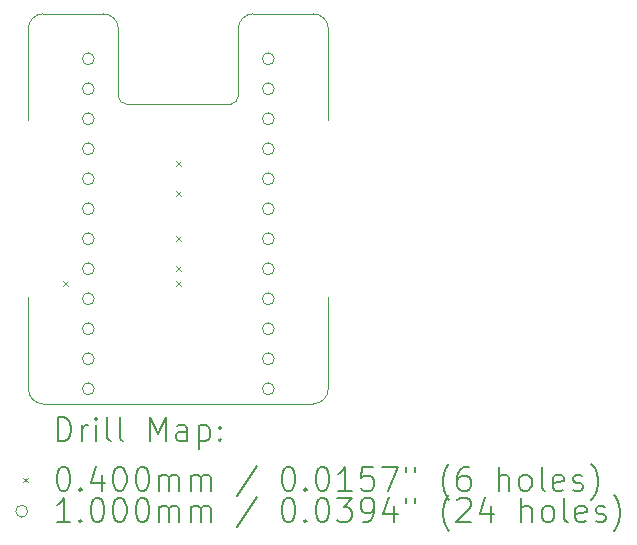
<source format=gbr>
%TF.GenerationSoftware,KiCad,Pcbnew,(6.0.11-0)*%
%TF.CreationDate,2023-02-15T20:24:25+08:00*%
%TF.ProjectId,Control,436f6e74-726f-46c2-9e6b-696361645f70,rev?*%
%TF.SameCoordinates,PX60e4b00PY5ad6650*%
%TF.FileFunction,Drillmap*%
%TF.FilePolarity,Positive*%
%FSLAX45Y45*%
G04 Gerber Fmt 4.5, Leading zero omitted, Abs format (unit mm)*
G04 Created by KiCad (PCBNEW (6.0.11-0)) date 2023-02-15 20:24:25*
%MOMM*%
%LPD*%
G01*
G04 APERTURE LIST*
%ADD10C,0.100000*%
%ADD11C,0.200000*%
%ADD12C,0.040000*%
G04 APERTURE END LIST*
D10*
X444500Y889000D02*
G75*
G03*
X508000Y952500I0J63500D01*
G01*
X-635000Y1651000D02*
X-1143000Y1651000D01*
X635000Y1651000D02*
G75*
G03*
X508000Y1524000I0J-127000D01*
G01*
X-1270000Y-1524000D02*
G75*
G03*
X-1143000Y-1651000I127000J0D01*
G01*
X1270000Y1524000D02*
G75*
G03*
X1143000Y1651000I-127000J0D01*
G01*
X1270000Y-1524000D02*
X1270000Y-750000D01*
X508000Y952500D02*
X508000Y1524000D01*
X-508000Y952500D02*
G75*
G03*
X-444500Y889000I63500J0D01*
G01*
X-1143000Y1651000D02*
G75*
G03*
X-1270000Y1524000I0J-127000D01*
G01*
X-1270000Y1524000D02*
X-1270000Y750000D01*
X-508000Y1524000D02*
G75*
G03*
X-635000Y1651000I-127000J0D01*
G01*
X-1270000Y-750000D02*
X-1270000Y-1524000D01*
X1143000Y-1651000D02*
G75*
G03*
X1270000Y-1524000I0J127000D01*
G01*
X-508000Y1524000D02*
X-508000Y952500D01*
X-444500Y889000D02*
X444500Y889000D01*
X1143000Y-1651000D02*
X-1143000Y-1651000D01*
X1270000Y1524000D02*
X1270000Y750000D01*
X635000Y1651000D02*
X1143000Y1651000D01*
D11*
D12*
X-972500Y-615000D02*
X-932500Y-655000D01*
X-932500Y-615000D02*
X-972500Y-655000D01*
X-20000Y401000D02*
X20000Y361000D01*
X20000Y401000D02*
X-20000Y361000D01*
X-20000Y147000D02*
X20000Y107000D01*
X20000Y147000D02*
X-20000Y107000D01*
X-20000Y-234000D02*
X20000Y-274000D01*
X20000Y-234000D02*
X-20000Y-274000D01*
X-20000Y-488000D02*
X20000Y-528000D01*
X20000Y-488000D02*
X-20000Y-528000D01*
X-20000Y-615000D02*
X20000Y-655000D01*
X20000Y-615000D02*
X-20000Y-655000D01*
D10*
X-712000Y1270000D02*
G75*
G03*
X-712000Y1270000I-50000J0D01*
G01*
X-712000Y1016000D02*
G75*
G03*
X-712000Y1016000I-50000J0D01*
G01*
X-712000Y762000D02*
G75*
G03*
X-712000Y762000I-50000J0D01*
G01*
X-712000Y508000D02*
G75*
G03*
X-712000Y508000I-50000J0D01*
G01*
X-712000Y254000D02*
G75*
G03*
X-712000Y254000I-50000J0D01*
G01*
X-712000Y0D02*
G75*
G03*
X-712000Y0I-50000J0D01*
G01*
X-712000Y-254000D02*
G75*
G03*
X-712000Y-254000I-50000J0D01*
G01*
X-712000Y-508000D02*
G75*
G03*
X-712000Y-508000I-50000J0D01*
G01*
X-712000Y-762000D02*
G75*
G03*
X-712000Y-762000I-50000J0D01*
G01*
X-712000Y-1016000D02*
G75*
G03*
X-712000Y-1016000I-50000J0D01*
G01*
X-712000Y-1270000D02*
G75*
G03*
X-712000Y-1270000I-50000J0D01*
G01*
X-712000Y-1524000D02*
G75*
G03*
X-712000Y-1524000I-50000J0D01*
G01*
X812000Y1270000D02*
G75*
G03*
X812000Y1270000I-50000J0D01*
G01*
X812000Y1016000D02*
G75*
G03*
X812000Y1016000I-50000J0D01*
G01*
X812000Y762000D02*
G75*
G03*
X812000Y762000I-50000J0D01*
G01*
X812000Y508000D02*
G75*
G03*
X812000Y508000I-50000J0D01*
G01*
X812000Y254000D02*
G75*
G03*
X812000Y254000I-50000J0D01*
G01*
X812000Y0D02*
G75*
G03*
X812000Y0I-50000J0D01*
G01*
X812000Y-254000D02*
G75*
G03*
X812000Y-254000I-50000J0D01*
G01*
X812000Y-508000D02*
G75*
G03*
X812000Y-508000I-50000J0D01*
G01*
X812000Y-762000D02*
G75*
G03*
X812000Y-762000I-50000J0D01*
G01*
X812000Y-1016000D02*
G75*
G03*
X812000Y-1016000I-50000J0D01*
G01*
X812000Y-1270000D02*
G75*
G03*
X812000Y-1270000I-50000J0D01*
G01*
X812000Y-1524000D02*
G75*
G03*
X812000Y-1524000I-50000J0D01*
G01*
D11*
X-1018381Y-1966476D02*
X-1018381Y-1766476D01*
X-970762Y-1766476D01*
X-942190Y-1776000D01*
X-923143Y-1795048D01*
X-913619Y-1814095D01*
X-904095Y-1852190D01*
X-904095Y-1880762D01*
X-913619Y-1918857D01*
X-923143Y-1937905D01*
X-942190Y-1956952D01*
X-970762Y-1966476D01*
X-1018381Y-1966476D01*
X-818381Y-1966476D02*
X-818381Y-1833143D01*
X-818381Y-1871238D02*
X-808857Y-1852190D01*
X-799333Y-1842667D01*
X-780286Y-1833143D01*
X-761238Y-1833143D01*
X-694572Y-1966476D02*
X-694572Y-1833143D01*
X-694572Y-1766476D02*
X-704095Y-1776000D01*
X-694572Y-1785524D01*
X-685048Y-1776000D01*
X-694572Y-1766476D01*
X-694572Y-1785524D01*
X-570762Y-1966476D02*
X-589810Y-1956952D01*
X-599333Y-1937905D01*
X-599333Y-1766476D01*
X-466000Y-1966476D02*
X-485048Y-1956952D01*
X-494571Y-1937905D01*
X-494571Y-1766476D01*
X-237429Y-1966476D02*
X-237429Y-1766476D01*
X-170762Y-1909333D01*
X-104095Y-1766476D01*
X-104095Y-1966476D01*
X76857Y-1966476D02*
X76857Y-1861714D01*
X67333Y-1842667D01*
X48286Y-1833143D01*
X10190Y-1833143D01*
X-8857Y-1842667D01*
X76857Y-1956952D02*
X57809Y-1966476D01*
X10190Y-1966476D01*
X-8857Y-1956952D01*
X-18381Y-1937905D01*
X-18381Y-1918857D01*
X-8857Y-1899809D01*
X10190Y-1890286D01*
X57809Y-1890286D01*
X76857Y-1880762D01*
X172095Y-1833143D02*
X172095Y-2033143D01*
X172095Y-1842667D02*
X191143Y-1833143D01*
X229238Y-1833143D01*
X248286Y-1842667D01*
X257809Y-1852190D01*
X267333Y-1871238D01*
X267333Y-1928381D01*
X257809Y-1947428D01*
X248286Y-1956952D01*
X229238Y-1966476D01*
X191143Y-1966476D01*
X172095Y-1956952D01*
X353048Y-1947428D02*
X362571Y-1956952D01*
X353048Y-1966476D01*
X343524Y-1956952D01*
X353048Y-1947428D01*
X353048Y-1966476D01*
X353048Y-1842667D02*
X362571Y-1852190D01*
X353048Y-1861714D01*
X343524Y-1852190D01*
X353048Y-1842667D01*
X353048Y-1861714D01*
D12*
X-1316000Y-2276000D02*
X-1276000Y-2316000D01*
X-1276000Y-2276000D02*
X-1316000Y-2316000D01*
D11*
X-980286Y-2186476D02*
X-961238Y-2186476D01*
X-942190Y-2196000D01*
X-932667Y-2205524D01*
X-923143Y-2224571D01*
X-913619Y-2262667D01*
X-913619Y-2310286D01*
X-923143Y-2348381D01*
X-932667Y-2367429D01*
X-942190Y-2376952D01*
X-961238Y-2386476D01*
X-980286Y-2386476D01*
X-999333Y-2376952D01*
X-1008857Y-2367429D01*
X-1018381Y-2348381D01*
X-1027905Y-2310286D01*
X-1027905Y-2262667D01*
X-1018381Y-2224571D01*
X-1008857Y-2205524D01*
X-999333Y-2196000D01*
X-980286Y-2186476D01*
X-827905Y-2367429D02*
X-818381Y-2376952D01*
X-827905Y-2386476D01*
X-837429Y-2376952D01*
X-827905Y-2367429D01*
X-827905Y-2386476D01*
X-646952Y-2253143D02*
X-646952Y-2386476D01*
X-694572Y-2176952D02*
X-742190Y-2319810D01*
X-618381Y-2319810D01*
X-504095Y-2186476D02*
X-485048Y-2186476D01*
X-466000Y-2196000D01*
X-456476Y-2205524D01*
X-446952Y-2224571D01*
X-437429Y-2262667D01*
X-437429Y-2310286D01*
X-446952Y-2348381D01*
X-456476Y-2367429D01*
X-466000Y-2376952D01*
X-485048Y-2386476D01*
X-504095Y-2386476D01*
X-523143Y-2376952D01*
X-532667Y-2367429D01*
X-542191Y-2348381D01*
X-551714Y-2310286D01*
X-551714Y-2262667D01*
X-542191Y-2224571D01*
X-532667Y-2205524D01*
X-523143Y-2196000D01*
X-504095Y-2186476D01*
X-313619Y-2186476D02*
X-294572Y-2186476D01*
X-275524Y-2196000D01*
X-266000Y-2205524D01*
X-256476Y-2224571D01*
X-246952Y-2262667D01*
X-246952Y-2310286D01*
X-256476Y-2348381D01*
X-266000Y-2367429D01*
X-275524Y-2376952D01*
X-294572Y-2386476D01*
X-313619Y-2386476D01*
X-332667Y-2376952D01*
X-342191Y-2367429D01*
X-351714Y-2348381D01*
X-361238Y-2310286D01*
X-361238Y-2262667D01*
X-351714Y-2224571D01*
X-342191Y-2205524D01*
X-332667Y-2196000D01*
X-313619Y-2186476D01*
X-161238Y-2386476D02*
X-161238Y-2253143D01*
X-161238Y-2272190D02*
X-151714Y-2262667D01*
X-132667Y-2253143D01*
X-104095Y-2253143D01*
X-85048Y-2262667D01*
X-75524Y-2281714D01*
X-75524Y-2386476D01*
X-75524Y-2281714D02*
X-66000Y-2262667D01*
X-46952Y-2253143D01*
X-18381Y-2253143D01*
X667Y-2262667D01*
X10190Y-2281714D01*
X10190Y-2386476D01*
X105428Y-2386476D02*
X105428Y-2253143D01*
X105428Y-2272190D02*
X114952Y-2262667D01*
X134000Y-2253143D01*
X162571Y-2253143D01*
X181619Y-2262667D01*
X191143Y-2281714D01*
X191143Y-2386476D01*
X191143Y-2281714D02*
X200667Y-2262667D01*
X219714Y-2253143D01*
X248286Y-2253143D01*
X267333Y-2262667D01*
X276857Y-2281714D01*
X276857Y-2386476D01*
X667333Y-2176952D02*
X495905Y-2434095D01*
X924476Y-2186476D02*
X943524Y-2186476D01*
X962571Y-2196000D01*
X972095Y-2205524D01*
X981619Y-2224571D01*
X991143Y-2262667D01*
X991143Y-2310286D01*
X981619Y-2348381D01*
X972095Y-2367429D01*
X962571Y-2376952D01*
X943524Y-2386476D01*
X924476Y-2386476D01*
X905428Y-2376952D01*
X895905Y-2367429D01*
X886381Y-2348381D01*
X876857Y-2310286D01*
X876857Y-2262667D01*
X886381Y-2224571D01*
X895905Y-2205524D01*
X905428Y-2196000D01*
X924476Y-2186476D01*
X1076857Y-2367429D02*
X1086381Y-2376952D01*
X1076857Y-2386476D01*
X1067333Y-2376952D01*
X1076857Y-2367429D01*
X1076857Y-2386476D01*
X1210190Y-2186476D02*
X1229238Y-2186476D01*
X1248286Y-2196000D01*
X1257810Y-2205524D01*
X1267333Y-2224571D01*
X1276857Y-2262667D01*
X1276857Y-2310286D01*
X1267333Y-2348381D01*
X1257810Y-2367429D01*
X1248286Y-2376952D01*
X1229238Y-2386476D01*
X1210190Y-2386476D01*
X1191143Y-2376952D01*
X1181619Y-2367429D01*
X1172095Y-2348381D01*
X1162571Y-2310286D01*
X1162571Y-2262667D01*
X1172095Y-2224571D01*
X1181619Y-2205524D01*
X1191143Y-2196000D01*
X1210190Y-2186476D01*
X1467333Y-2386476D02*
X1353048Y-2386476D01*
X1410190Y-2386476D02*
X1410190Y-2186476D01*
X1391143Y-2215048D01*
X1372095Y-2234095D01*
X1353048Y-2243619D01*
X1648286Y-2186476D02*
X1553048Y-2186476D01*
X1543524Y-2281714D01*
X1553048Y-2272190D01*
X1572095Y-2262667D01*
X1619714Y-2262667D01*
X1638762Y-2272190D01*
X1648286Y-2281714D01*
X1657809Y-2300762D01*
X1657809Y-2348381D01*
X1648286Y-2367429D01*
X1638762Y-2376952D01*
X1619714Y-2386476D01*
X1572095Y-2386476D01*
X1553048Y-2376952D01*
X1543524Y-2367429D01*
X1724476Y-2186476D02*
X1857809Y-2186476D01*
X1772095Y-2386476D01*
X1924476Y-2186476D02*
X1924476Y-2224571D01*
X2000667Y-2186476D02*
X2000667Y-2224571D01*
X2295905Y-2462667D02*
X2286381Y-2453143D01*
X2267333Y-2424571D01*
X2257810Y-2405524D01*
X2248286Y-2376952D01*
X2238762Y-2329333D01*
X2238762Y-2291238D01*
X2248286Y-2243619D01*
X2257810Y-2215048D01*
X2267333Y-2196000D01*
X2286381Y-2167429D01*
X2295905Y-2157905D01*
X2457810Y-2186476D02*
X2419714Y-2186476D01*
X2400667Y-2196000D01*
X2391143Y-2205524D01*
X2372095Y-2234095D01*
X2362571Y-2272190D01*
X2362571Y-2348381D01*
X2372095Y-2367429D01*
X2381619Y-2376952D01*
X2400667Y-2386476D01*
X2438762Y-2386476D01*
X2457810Y-2376952D01*
X2467333Y-2367429D01*
X2476857Y-2348381D01*
X2476857Y-2300762D01*
X2467333Y-2281714D01*
X2457810Y-2272190D01*
X2438762Y-2262667D01*
X2400667Y-2262667D01*
X2381619Y-2272190D01*
X2372095Y-2281714D01*
X2362571Y-2300762D01*
X2714952Y-2386476D02*
X2714952Y-2186476D01*
X2800667Y-2386476D02*
X2800667Y-2281714D01*
X2791143Y-2262667D01*
X2772095Y-2253143D01*
X2743524Y-2253143D01*
X2724476Y-2262667D01*
X2714952Y-2272190D01*
X2924476Y-2386476D02*
X2905428Y-2376952D01*
X2895905Y-2367429D01*
X2886381Y-2348381D01*
X2886381Y-2291238D01*
X2895905Y-2272190D01*
X2905428Y-2262667D01*
X2924476Y-2253143D01*
X2953048Y-2253143D01*
X2972095Y-2262667D01*
X2981619Y-2272190D01*
X2991143Y-2291238D01*
X2991143Y-2348381D01*
X2981619Y-2367429D01*
X2972095Y-2376952D01*
X2953048Y-2386476D01*
X2924476Y-2386476D01*
X3105428Y-2386476D02*
X3086381Y-2376952D01*
X3076857Y-2357905D01*
X3076857Y-2186476D01*
X3257809Y-2376952D02*
X3238762Y-2386476D01*
X3200667Y-2386476D01*
X3181619Y-2376952D01*
X3172095Y-2357905D01*
X3172095Y-2281714D01*
X3181619Y-2262667D01*
X3200667Y-2253143D01*
X3238762Y-2253143D01*
X3257809Y-2262667D01*
X3267333Y-2281714D01*
X3267333Y-2300762D01*
X3172095Y-2319810D01*
X3343524Y-2376952D02*
X3362571Y-2386476D01*
X3400667Y-2386476D01*
X3419714Y-2376952D01*
X3429238Y-2357905D01*
X3429238Y-2348381D01*
X3419714Y-2329333D01*
X3400667Y-2319810D01*
X3372095Y-2319810D01*
X3353048Y-2310286D01*
X3343524Y-2291238D01*
X3343524Y-2281714D01*
X3353048Y-2262667D01*
X3372095Y-2253143D01*
X3400667Y-2253143D01*
X3419714Y-2262667D01*
X3495905Y-2462667D02*
X3505428Y-2453143D01*
X3524476Y-2424571D01*
X3534000Y-2405524D01*
X3543524Y-2376952D01*
X3553048Y-2329333D01*
X3553048Y-2291238D01*
X3543524Y-2243619D01*
X3534000Y-2215048D01*
X3524476Y-2196000D01*
X3505428Y-2167429D01*
X3495905Y-2157905D01*
D10*
X-1276000Y-2560000D02*
G75*
G03*
X-1276000Y-2560000I-50000J0D01*
G01*
D11*
X-913619Y-2650476D02*
X-1027905Y-2650476D01*
X-970762Y-2650476D02*
X-970762Y-2450476D01*
X-989810Y-2479048D01*
X-1008857Y-2498095D01*
X-1027905Y-2507619D01*
X-827905Y-2631429D02*
X-818381Y-2640952D01*
X-827905Y-2650476D01*
X-837429Y-2640952D01*
X-827905Y-2631429D01*
X-827905Y-2650476D01*
X-694572Y-2450476D02*
X-675524Y-2450476D01*
X-656476Y-2460000D01*
X-646952Y-2469524D01*
X-637429Y-2488571D01*
X-627905Y-2526667D01*
X-627905Y-2574286D01*
X-637429Y-2612381D01*
X-646952Y-2631429D01*
X-656476Y-2640952D01*
X-675524Y-2650476D01*
X-694572Y-2650476D01*
X-713619Y-2640952D01*
X-723143Y-2631429D01*
X-732667Y-2612381D01*
X-742190Y-2574286D01*
X-742190Y-2526667D01*
X-732667Y-2488571D01*
X-723143Y-2469524D01*
X-713619Y-2460000D01*
X-694572Y-2450476D01*
X-504095Y-2450476D02*
X-485048Y-2450476D01*
X-466000Y-2460000D01*
X-456476Y-2469524D01*
X-446952Y-2488571D01*
X-437429Y-2526667D01*
X-437429Y-2574286D01*
X-446952Y-2612381D01*
X-456476Y-2631429D01*
X-466000Y-2640952D01*
X-485048Y-2650476D01*
X-504095Y-2650476D01*
X-523143Y-2640952D01*
X-532667Y-2631429D01*
X-542191Y-2612381D01*
X-551714Y-2574286D01*
X-551714Y-2526667D01*
X-542191Y-2488571D01*
X-532667Y-2469524D01*
X-523143Y-2460000D01*
X-504095Y-2450476D01*
X-313619Y-2450476D02*
X-294572Y-2450476D01*
X-275524Y-2460000D01*
X-266000Y-2469524D01*
X-256476Y-2488571D01*
X-246952Y-2526667D01*
X-246952Y-2574286D01*
X-256476Y-2612381D01*
X-266000Y-2631429D01*
X-275524Y-2640952D01*
X-294572Y-2650476D01*
X-313619Y-2650476D01*
X-332667Y-2640952D01*
X-342191Y-2631429D01*
X-351714Y-2612381D01*
X-361238Y-2574286D01*
X-361238Y-2526667D01*
X-351714Y-2488571D01*
X-342191Y-2469524D01*
X-332667Y-2460000D01*
X-313619Y-2450476D01*
X-161238Y-2650476D02*
X-161238Y-2517143D01*
X-161238Y-2536190D02*
X-151714Y-2526667D01*
X-132667Y-2517143D01*
X-104095Y-2517143D01*
X-85048Y-2526667D01*
X-75524Y-2545714D01*
X-75524Y-2650476D01*
X-75524Y-2545714D02*
X-66000Y-2526667D01*
X-46952Y-2517143D01*
X-18381Y-2517143D01*
X667Y-2526667D01*
X10190Y-2545714D01*
X10190Y-2650476D01*
X105428Y-2650476D02*
X105428Y-2517143D01*
X105428Y-2536190D02*
X114952Y-2526667D01*
X134000Y-2517143D01*
X162571Y-2517143D01*
X181619Y-2526667D01*
X191143Y-2545714D01*
X191143Y-2650476D01*
X191143Y-2545714D02*
X200667Y-2526667D01*
X219714Y-2517143D01*
X248286Y-2517143D01*
X267333Y-2526667D01*
X276857Y-2545714D01*
X276857Y-2650476D01*
X667333Y-2440952D02*
X495905Y-2698095D01*
X924476Y-2450476D02*
X943524Y-2450476D01*
X962571Y-2460000D01*
X972095Y-2469524D01*
X981619Y-2488571D01*
X991143Y-2526667D01*
X991143Y-2574286D01*
X981619Y-2612381D01*
X972095Y-2631429D01*
X962571Y-2640952D01*
X943524Y-2650476D01*
X924476Y-2650476D01*
X905428Y-2640952D01*
X895905Y-2631429D01*
X886381Y-2612381D01*
X876857Y-2574286D01*
X876857Y-2526667D01*
X886381Y-2488571D01*
X895905Y-2469524D01*
X905428Y-2460000D01*
X924476Y-2450476D01*
X1076857Y-2631429D02*
X1086381Y-2640952D01*
X1076857Y-2650476D01*
X1067333Y-2640952D01*
X1076857Y-2631429D01*
X1076857Y-2650476D01*
X1210190Y-2450476D02*
X1229238Y-2450476D01*
X1248286Y-2460000D01*
X1257810Y-2469524D01*
X1267333Y-2488571D01*
X1276857Y-2526667D01*
X1276857Y-2574286D01*
X1267333Y-2612381D01*
X1257810Y-2631429D01*
X1248286Y-2640952D01*
X1229238Y-2650476D01*
X1210190Y-2650476D01*
X1191143Y-2640952D01*
X1181619Y-2631429D01*
X1172095Y-2612381D01*
X1162571Y-2574286D01*
X1162571Y-2526667D01*
X1172095Y-2488571D01*
X1181619Y-2469524D01*
X1191143Y-2460000D01*
X1210190Y-2450476D01*
X1343524Y-2450476D02*
X1467333Y-2450476D01*
X1400667Y-2526667D01*
X1429238Y-2526667D01*
X1448286Y-2536190D01*
X1457809Y-2545714D01*
X1467333Y-2564762D01*
X1467333Y-2612381D01*
X1457809Y-2631429D01*
X1448286Y-2640952D01*
X1429238Y-2650476D01*
X1372095Y-2650476D01*
X1353048Y-2640952D01*
X1343524Y-2631429D01*
X1562571Y-2650476D02*
X1600667Y-2650476D01*
X1619714Y-2640952D01*
X1629238Y-2631429D01*
X1648286Y-2602857D01*
X1657809Y-2564762D01*
X1657809Y-2488571D01*
X1648286Y-2469524D01*
X1638762Y-2460000D01*
X1619714Y-2450476D01*
X1581619Y-2450476D01*
X1562571Y-2460000D01*
X1553048Y-2469524D01*
X1543524Y-2488571D01*
X1543524Y-2536190D01*
X1553048Y-2555238D01*
X1562571Y-2564762D01*
X1581619Y-2574286D01*
X1619714Y-2574286D01*
X1638762Y-2564762D01*
X1648286Y-2555238D01*
X1657809Y-2536190D01*
X1829238Y-2517143D02*
X1829238Y-2650476D01*
X1781619Y-2440952D02*
X1734000Y-2583810D01*
X1857809Y-2583810D01*
X1924476Y-2450476D02*
X1924476Y-2488571D01*
X2000667Y-2450476D02*
X2000667Y-2488571D01*
X2295905Y-2726667D02*
X2286381Y-2717143D01*
X2267333Y-2688571D01*
X2257810Y-2669524D01*
X2248286Y-2640952D01*
X2238762Y-2593333D01*
X2238762Y-2555238D01*
X2248286Y-2507619D01*
X2257810Y-2479048D01*
X2267333Y-2460000D01*
X2286381Y-2431429D01*
X2295905Y-2421905D01*
X2362571Y-2469524D02*
X2372095Y-2460000D01*
X2391143Y-2450476D01*
X2438762Y-2450476D01*
X2457810Y-2460000D01*
X2467333Y-2469524D01*
X2476857Y-2488571D01*
X2476857Y-2507619D01*
X2467333Y-2536190D01*
X2353048Y-2650476D01*
X2476857Y-2650476D01*
X2648286Y-2517143D02*
X2648286Y-2650476D01*
X2600667Y-2440952D02*
X2553048Y-2583810D01*
X2676857Y-2583810D01*
X2905428Y-2650476D02*
X2905428Y-2450476D01*
X2991143Y-2650476D02*
X2991143Y-2545714D01*
X2981619Y-2526667D01*
X2962571Y-2517143D01*
X2934000Y-2517143D01*
X2914952Y-2526667D01*
X2905428Y-2536190D01*
X3114952Y-2650476D02*
X3095905Y-2640952D01*
X3086381Y-2631429D01*
X3076857Y-2612381D01*
X3076857Y-2555238D01*
X3086381Y-2536190D01*
X3095905Y-2526667D01*
X3114952Y-2517143D01*
X3143524Y-2517143D01*
X3162571Y-2526667D01*
X3172095Y-2536190D01*
X3181619Y-2555238D01*
X3181619Y-2612381D01*
X3172095Y-2631429D01*
X3162571Y-2640952D01*
X3143524Y-2650476D01*
X3114952Y-2650476D01*
X3295905Y-2650476D02*
X3276857Y-2640952D01*
X3267333Y-2621905D01*
X3267333Y-2450476D01*
X3448286Y-2640952D02*
X3429238Y-2650476D01*
X3391143Y-2650476D01*
X3372095Y-2640952D01*
X3362571Y-2621905D01*
X3362571Y-2545714D01*
X3372095Y-2526667D01*
X3391143Y-2517143D01*
X3429238Y-2517143D01*
X3448286Y-2526667D01*
X3457809Y-2545714D01*
X3457809Y-2564762D01*
X3362571Y-2583810D01*
X3534000Y-2640952D02*
X3553048Y-2650476D01*
X3591143Y-2650476D01*
X3610190Y-2640952D01*
X3619714Y-2621905D01*
X3619714Y-2612381D01*
X3610190Y-2593333D01*
X3591143Y-2583810D01*
X3562571Y-2583810D01*
X3543524Y-2574286D01*
X3534000Y-2555238D01*
X3534000Y-2545714D01*
X3543524Y-2526667D01*
X3562571Y-2517143D01*
X3591143Y-2517143D01*
X3610190Y-2526667D01*
X3686381Y-2726667D02*
X3695905Y-2717143D01*
X3714952Y-2688571D01*
X3724476Y-2669524D01*
X3734000Y-2640952D01*
X3743524Y-2593333D01*
X3743524Y-2555238D01*
X3734000Y-2507619D01*
X3724476Y-2479048D01*
X3714952Y-2460000D01*
X3695905Y-2431429D01*
X3686381Y-2421905D01*
M02*

</source>
